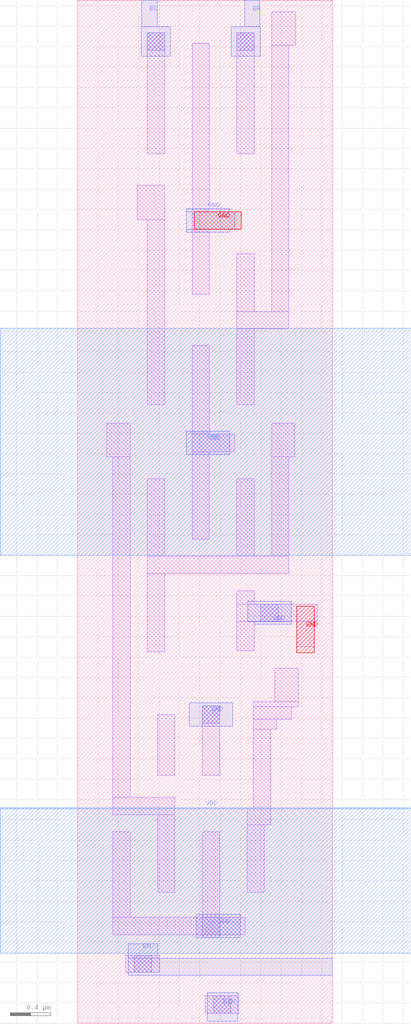
<source format=lef>
# Copyright 2020 The SkyWater PDK Authors
#
# Licensed under the Apache License, Version 2.0 (the "License");
# you may not use this file except in compliance with the License.
# You may obtain a copy of the License at
#
#     https://www.apache.org/licenses/LICENSE-2.0
#
# Unless required by applicable law or agreed to in writing, software
# distributed under the License is distributed on an "AS IS" BASIS,
# WITHOUT WARRANTIES OR CONDITIONS OF ANY KIND, either express or implied.
# See the License for the specific language governing permissions and
# limitations under the License.
#
# SPDX-License-Identifier: Apache-2.0

VERSION 5.7 ;
  NOWIREEXTENSIONATPIN ON ;
  DIVIDERCHAR "/" ;
  BUSBITCHARS "[]" ;
MACRO sky130_fd_bd_sram__openram_write_driver
  CLASS BLOCK ;
  FOREIGN sky130_fd_bd_sram__openram_write_driver ;
  ORIGIN  0.000000  0.000000 ;
  SIZE  2.500000 BY  10.05500 ;
  PIN BL
    ANTENNADIFFAREA  0.270000 ;
    PORT
      LAYER met1 ;
        RECT 0.625000 9.505000 0.910000  9.795000 ;
        RECT 0.630000 9.795000 0.780000 10.055000 ;
    END
  END BL
  PIN BR
    ANTENNADIFFAREA  0.270000 ;
    PORT
      LAYER met1 ;
        RECT 1.510000 9.505000 1.795000  9.795000 ;
        RECT 1.640000 9.795000 1.790000 10.055000 ;
    END
  END BR
  PIN DIN
    ANTENNAGATEAREA  0.301500 ;
    PORT
      LAYER met1 ;
        RECT 1.275000 0.020000 1.575000 0.300000 ;
    END
  END DIN
  PIN EN
    ANTENNAGATEAREA  0.330000 ;
    PORT
      LAYER met1 ;
        RECT 0.495000 0.470000 2.500000 0.640000 ;
        RECT 0.495000 0.640000 0.785000 0.780000 ;
    END
  END EN
  PIN GND
    ANTENNADIFFAREA  0.177300 ;
    PORT
      LAYER met1 ;
        RECT 1.065000 7.775000 1.495000 7.805000 ;
        RECT 1.065000 7.805000 1.605000 7.975000 ;
        RECT 1.065000 7.975000 1.495000 8.005000 ;
      LAYER pwell ;
        RECT 1.145000 7.805000 1.605000 7.975000 ;
    END
    PORT
      LAYER met1 ;
        RECT 1.095000 2.920000 1.525000 3.150000 ;
    END
    PORT
      LAYER met1 ;
        RECT 1.670000 3.945000 2.100000 4.150000 ;
        RECT 1.735000 3.920000 2.100000 3.945000 ;
      LAYER pwell ;
        RECT 2.155000 3.640000 2.325000 4.100000 ;
    END
  END GND
  PIN VDD
    ANTENNADIFFAREA  0.386200 ;
    PORT
      LAYER met1 ;
        RECT 1.065000 5.590000 1.495000 5.820000 ;
      LAYER nwell ;
        RECT -0.760000 4.600000 3.280000 6.830000 ;
    END
    PORT
      LAYER met1 ;
        RECT 1.165000 0.840000 1.595000 1.070000 ;
      LAYER nwell ;
        RECT -0.760000 0.690000 3.280000 2.110000 ;
        RECT -0.760000 2.110000 3.270000 2.120000 ;
    END
  END VDD
  OBS
    LAYER li1 ;
      RECT 0.285000 5.570000 0.515000 5.900000 ;
      RECT 0.345000 0.870000 1.645000 1.040000 ;
      RECT 0.345000 1.040000 0.515000 1.880000 ;
      RECT 0.345000 2.050000 0.955000 2.220000 ;
      RECT 0.345000 2.220000 0.515000 5.570000 ;
      RECT 0.470000 0.500000 0.805000 0.670000 ;
      RECT 0.585000 7.900000 0.855000 8.235000 ;
      RECT 0.685000 3.650000 0.855000 4.420000 ;
      RECT 0.685000 4.420000 2.075000 4.590000 ;
      RECT 0.685000 4.590000 0.855000 5.350000 ;
      RECT 0.685000 6.080000 0.855000 7.900000 ;
      RECT 0.685000 8.545000 0.855000 9.735000 ;
      RECT 0.785000 1.290000 0.955000 2.050000 ;
      RECT 0.785000 2.440000 0.955000 3.030000 ;
      RECT 1.125000 4.760000 1.295000 5.620000 ;
      RECT 1.125000 5.620000 1.545000 5.790000 ;
      RECT 1.125000 5.790000 1.295000 6.665000 ;
      RECT 1.125000 7.165000 1.295000 7.805000 ;
      RECT 1.125000 7.805000 1.545000 7.975000 ;
      RECT 1.125000 7.975000 1.295000 9.635000 ;
      RECT 1.225000 0.840000 1.395000 0.870000 ;
      RECT 1.225000 1.040000 1.395000 1.880000 ;
      RECT 1.225000 2.440000 1.395000 3.120000 ;
      RECT 1.255000 0.100000 1.585000 0.270000 ;
      RECT 1.565000 3.660000 1.735000 3.950000 ;
      RECT 1.565000 3.950000 2.355000 4.120000 ;
      RECT 1.565000 4.120000 1.735000 4.250000 ;
      RECT 1.565000 4.590000 1.735000 5.350000 ;
      RECT 1.565000 6.080000 1.735000 6.825000 ;
      RECT 1.565000 6.825000 2.075000 6.995000 ;
      RECT 1.565000 6.995000 1.735000 7.565000 ;
      RECT 1.565000 8.545000 1.735000 9.735000 ;
      RECT 1.665000 1.290000 1.835000 1.950000 ;
      RECT 1.665000 1.950000 1.895000 2.120000 ;
      RECT 1.725000 2.120000 1.895000 2.890000 ;
      RECT 1.725000 2.890000 1.955000 2.990000 ;
      RECT 1.725000 2.990000 2.105000 3.110000 ;
      RECT 1.725000 3.110000 2.165000 3.160000 ;
      RECT 1.905000 4.590000 2.075000 5.570000 ;
      RECT 1.905000 5.570000 2.135000 5.900000 ;
      RECT 1.905000 6.995000 2.075000 9.615000 ;
      RECT 1.905000 9.615000 2.145000 9.945000 ;
      RECT 1.935000 3.160000 2.165000 3.490000 ;
      RECT 2.155000 3.700000 2.325000 3.950000 ;
    LAYER mcon ;
      RECT 0.555000 0.500000 0.725000 0.670000 ;
      RECT 0.685000 9.565000 0.855000 9.735000 ;
      RECT 1.225000 0.870000 1.395000 1.040000 ;
      RECT 1.225000 2.950000 1.395000 3.120000 ;
      RECT 1.335000 0.100000 1.505000 0.270000 ;
      RECT 1.565000 9.565000 1.735000 9.735000 ;
      RECT 1.800000 3.950000 1.970000 4.120000 ;
  END
END sky130_fd_bd_sram__openram_write_driver
END LIBRARY

</source>
